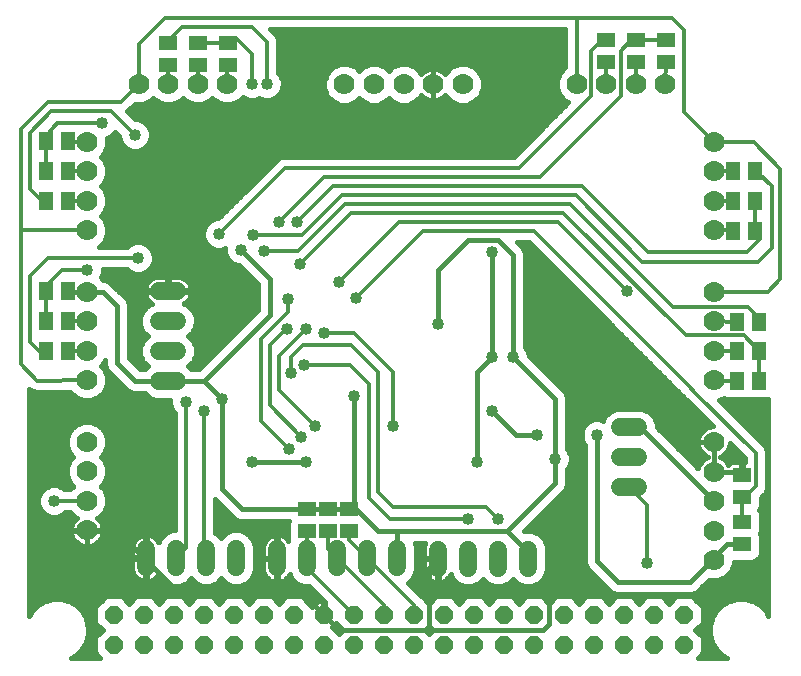
<source format=gbl>
G75*
G70*
%OFA0B0*%
%FSLAX24Y24*%
%IPPOS*%
%LPD*%
%AMOC8*
5,1,8,0,0,1.08239X$1,22.5*
%
%ADD10C,0.0600*%
%ADD11R,0.0591X0.0512*%
%ADD12R,0.0512X0.0591*%
%ADD13C,0.0700*%
%ADD14OC8,0.0600*%
%ADD15C,0.0160*%
%ADD16C,0.0120*%
%ADD17C,0.0400*%
%ADD18C,0.0357*%
D10*
X004791Y003680D02*
X004791Y004280D01*
X005791Y004280D02*
X005791Y003680D01*
X006791Y003680D02*
X006791Y004280D01*
X007791Y004280D02*
X007791Y003680D01*
X009156Y003673D02*
X009156Y004273D01*
X010156Y004273D02*
X010156Y003673D01*
X011156Y003673D02*
X011156Y004273D01*
X012156Y004273D02*
X012156Y003673D01*
X013156Y003673D02*
X013156Y004273D01*
X014521Y004265D02*
X014521Y003665D01*
X015521Y003665D02*
X015521Y004265D01*
X016521Y004265D02*
X016521Y003665D01*
X017521Y003665D02*
X017521Y004265D01*
X020594Y006338D02*
X021194Y006338D01*
X021194Y007338D02*
X020594Y007338D01*
X020594Y008338D02*
X021194Y008338D01*
X005819Y009880D02*
X005219Y009880D01*
X005219Y010880D02*
X005819Y010880D01*
X005819Y011880D02*
X005219Y011880D01*
X005219Y012880D02*
X005819Y012880D01*
D11*
X010152Y005626D03*
X010841Y005626D03*
X011561Y005621D03*
X011561Y004873D03*
X010841Y004878D03*
X010152Y004878D03*
X024656Y005180D03*
X024656Y004432D03*
X024656Y006007D03*
X024656Y006755D03*
X022119Y020506D03*
X022119Y021254D03*
X021119Y021254D03*
X021119Y020506D03*
X020119Y020506D03*
X020119Y021254D03*
X007519Y021154D03*
X007519Y020406D03*
X006519Y020406D03*
X006519Y021154D03*
X005519Y021154D03*
X005519Y020406D03*
D12*
X002193Y017880D03*
X001445Y017880D03*
X001445Y016880D03*
X002193Y016880D03*
X002193Y015880D03*
X001445Y015880D03*
X001445Y012880D03*
X002193Y012880D03*
X002193Y011880D03*
X001445Y011880D03*
X001445Y010880D03*
X002193Y010880D03*
X024479Y010872D03*
X025227Y010872D03*
X025227Y009887D03*
X024479Y009887D03*
X024479Y011856D03*
X025227Y011856D03*
X025093Y014880D03*
X024345Y014880D03*
X024345Y015880D03*
X025093Y015880D03*
X025093Y016880D03*
X024345Y016880D03*
D13*
X023719Y016872D03*
X023719Y017856D03*
X023719Y015888D03*
X023719Y014904D03*
X023719Y012856D03*
X023719Y011872D03*
X023719Y010888D03*
X023719Y009904D03*
X023719Y007849D03*
X023719Y006864D03*
X023719Y005880D03*
X023719Y004896D03*
X023719Y003911D03*
X022095Y019780D03*
X021111Y019780D03*
X020127Y019780D03*
X019143Y019780D03*
X015341Y019767D03*
X014357Y019767D03*
X013372Y019767D03*
X012388Y019767D03*
X011404Y019767D03*
X007495Y019780D03*
X006511Y019780D03*
X005527Y019780D03*
X004543Y019780D03*
X002819Y017856D03*
X002819Y016872D03*
X002819Y015888D03*
X002819Y014904D03*
X002819Y012856D03*
X002819Y011872D03*
X002819Y010888D03*
X002819Y009904D03*
X002819Y007856D03*
X002819Y006872D03*
X002819Y005888D03*
X002819Y004904D03*
D14*
X003719Y002080D03*
X004719Y002080D03*
X005719Y002080D03*
X006719Y002080D03*
X007719Y002080D03*
X008719Y002080D03*
X009719Y002080D03*
X010719Y002080D03*
X011719Y002080D03*
X012719Y002080D03*
X013719Y002080D03*
X014719Y002080D03*
X015719Y002080D03*
X016719Y002080D03*
X017719Y002080D03*
X018719Y002080D03*
X019719Y002080D03*
X020719Y002080D03*
X021719Y002080D03*
X022719Y002080D03*
X022719Y001080D03*
X021719Y001080D03*
X020719Y001080D03*
X019719Y001080D03*
X018719Y001080D03*
X017719Y001080D03*
X016719Y001080D03*
X015719Y001080D03*
X014719Y001080D03*
X013719Y001080D03*
X012719Y001080D03*
X011719Y001080D03*
X010719Y001080D03*
X009719Y001080D03*
X008719Y001080D03*
X007719Y001080D03*
X006719Y001080D03*
X005719Y001080D03*
X004719Y001080D03*
X003719Y001080D03*
D15*
X002452Y000755D02*
X002296Y000665D01*
X003257Y000665D01*
X003099Y000823D01*
X003099Y001337D01*
X003342Y001580D01*
X003099Y001823D01*
X003099Y002337D01*
X003462Y002700D01*
X003976Y002700D01*
X004219Y002457D01*
X004462Y002700D01*
X004976Y002700D01*
X005219Y002457D01*
X005462Y002700D01*
X005976Y002700D01*
X006219Y002457D01*
X006462Y002700D01*
X006976Y002700D01*
X007219Y002457D01*
X007462Y002700D01*
X007976Y002700D01*
X008219Y002457D01*
X008462Y002700D01*
X008976Y002700D01*
X009219Y002457D01*
X009462Y002700D01*
X009976Y002700D01*
X010318Y002358D01*
X010520Y002560D01*
X010699Y002560D01*
X010699Y002100D01*
X010739Y002100D01*
X010739Y002523D01*
X010209Y003053D01*
X010033Y003053D01*
X009805Y003147D01*
X009630Y003322D01*
X009579Y003446D01*
X009566Y003421D01*
X009522Y003360D01*
X009469Y003307D01*
X009407Y003262D01*
X009340Y003228D01*
X009268Y003205D01*
X009194Y003193D01*
X009176Y003193D01*
X009176Y003953D01*
X009136Y003953D01*
X009136Y003193D01*
X009118Y003193D01*
X009044Y003205D01*
X008972Y003228D01*
X008904Y003262D01*
X008843Y003307D01*
X008790Y003360D01*
X008745Y003421D01*
X008711Y003489D01*
X008688Y003561D01*
X008676Y003635D01*
X008676Y003953D01*
X009136Y003953D01*
X009136Y003993D01*
X009136Y004753D01*
X009118Y004753D01*
X009044Y004741D01*
X008972Y004718D01*
X008904Y004683D01*
X008843Y004639D01*
X008790Y004586D01*
X008745Y004524D01*
X008711Y004457D01*
X008688Y004385D01*
X008676Y004311D01*
X008676Y003993D01*
X009136Y003993D01*
X009176Y003993D01*
X009176Y004753D01*
X009194Y004753D01*
X009268Y004741D01*
X009340Y004718D01*
X009407Y004683D01*
X009469Y004639D01*
X009522Y004586D01*
X009537Y004565D01*
X009537Y005198D01*
X009549Y005226D01*
X007893Y005226D01*
X007746Y005287D01*
X007099Y005934D01*
X007099Y004823D01*
X007142Y004805D01*
X007291Y004656D01*
X007440Y004805D01*
X007668Y004900D01*
X007914Y004900D01*
X008142Y004805D01*
X008317Y004631D01*
X008411Y004403D01*
X008411Y003556D01*
X008317Y003328D01*
X008142Y003154D01*
X007914Y003060D01*
X007668Y003060D01*
X007440Y003154D01*
X007291Y003303D01*
X007142Y003154D01*
X006914Y003060D01*
X006668Y003060D01*
X006440Y003154D01*
X006291Y003303D01*
X006142Y003154D01*
X005914Y003060D01*
X005668Y003060D01*
X005440Y003154D01*
X005265Y003328D01*
X005214Y003452D01*
X005201Y003428D01*
X005157Y003367D01*
X005104Y003313D01*
X005043Y003269D01*
X004975Y003235D01*
X004903Y003211D01*
X004829Y003200D01*
X004811Y003200D01*
X004811Y003960D01*
X004771Y003960D01*
X004311Y003960D01*
X004311Y003642D01*
X004323Y003567D01*
X004346Y003495D01*
X004380Y003428D01*
X004425Y003367D01*
X004478Y003313D01*
X004539Y003269D01*
X004607Y003235D01*
X004679Y003211D01*
X004753Y003200D01*
X004771Y003200D01*
X004771Y003960D01*
X004771Y004000D01*
X004771Y004760D01*
X004753Y004760D01*
X004679Y004748D01*
X004607Y004724D01*
X004539Y004690D01*
X004478Y004646D01*
X004425Y004592D01*
X004380Y004531D01*
X004346Y004464D01*
X004323Y004392D01*
X004311Y004317D01*
X004311Y004000D01*
X004771Y004000D01*
X004811Y004000D01*
X004811Y004760D01*
X004829Y004760D01*
X004903Y004748D01*
X004975Y004724D01*
X005043Y004690D01*
X005104Y004646D01*
X005157Y004592D01*
X005201Y004531D01*
X005214Y004507D01*
X005265Y004631D01*
X005440Y004805D01*
X005668Y004900D01*
X005739Y004900D01*
X005739Y008825D01*
X005678Y008885D01*
X005599Y009077D01*
X005599Y009260D01*
X005096Y009260D01*
X004868Y009354D01*
X004742Y009480D01*
X004339Y009480D01*
X004192Y009541D01*
X004080Y009653D01*
X003480Y010253D01*
X003419Y010400D01*
X003419Y010586D01*
X003387Y010508D01*
X003274Y010396D01*
X003387Y010283D01*
X003489Y010037D01*
X003489Y009770D01*
X003387Y009524D01*
X003198Y009336D01*
X002952Y009234D01*
X002686Y009234D01*
X002439Y009336D01*
X002254Y009521D01*
X001237Y009516D01*
X001236Y009516D01*
X001161Y009516D01*
X001087Y009516D01*
X001086Y009516D01*
X001085Y009516D01*
X001016Y009545D01*
X000947Y009573D01*
X000946Y009574D01*
X000945Y009574D01*
X000904Y009615D01*
X000904Y002058D01*
X000994Y002213D01*
X001186Y002405D01*
X001421Y002541D01*
X001683Y002611D01*
X001955Y002611D01*
X002217Y002541D01*
X002452Y002405D01*
X002644Y002213D01*
X002780Y001978D01*
X002850Y001716D01*
X002850Y001444D01*
X002780Y001182D01*
X002644Y000947D01*
X002452Y000755D01*
X002511Y000814D02*
X003108Y000814D01*
X003099Y000973D02*
X002659Y000973D01*
X002750Y001131D02*
X003099Y001131D01*
X003099Y001290D02*
X002809Y001290D01*
X002850Y001448D02*
X003210Y001448D01*
X003316Y001607D02*
X002850Y001607D01*
X002837Y001765D02*
X003157Y001765D01*
X003099Y001924D02*
X002794Y001924D01*
X002720Y002082D02*
X003099Y002082D01*
X003099Y002241D02*
X002617Y002241D01*
X002458Y002399D02*
X003161Y002399D01*
X003320Y002558D02*
X002155Y002558D01*
X001483Y002558D02*
X000904Y002558D01*
X000904Y002716D02*
X010546Y002716D01*
X010518Y002558D02*
X010118Y002558D01*
X010277Y002399D02*
X010359Y002399D01*
X010699Y002399D02*
X010739Y002399D01*
X010739Y002241D02*
X010699Y002241D01*
X010719Y002080D02*
X011219Y001580D01*
X014219Y001580D01*
X014219Y003663D01*
X014521Y003965D01*
X014501Y003984D02*
X013776Y003984D01*
X013776Y003826D02*
X014041Y003826D01*
X014041Y003945D02*
X014041Y003627D01*
X014053Y003553D01*
X014076Y003481D01*
X014111Y003413D01*
X014155Y003352D01*
X014209Y003299D01*
X014270Y003255D01*
X014337Y003220D01*
X014409Y003197D01*
X014483Y003185D01*
X014501Y003185D01*
X014501Y003945D01*
X014041Y003945D01*
X014041Y003985D02*
X014501Y003985D01*
X014501Y003945D01*
X014541Y003945D01*
X014541Y003185D01*
X014559Y003185D01*
X014634Y003197D01*
X014706Y003220D01*
X014773Y003255D01*
X014834Y003299D01*
X014887Y003352D01*
X014932Y003413D01*
X014944Y003438D01*
X014996Y003314D01*
X015170Y003139D01*
X015398Y003045D01*
X015645Y003045D01*
X015872Y003139D01*
X016021Y003288D01*
X016170Y003139D01*
X016398Y003045D01*
X016645Y003045D01*
X016872Y003139D01*
X017021Y003288D01*
X017170Y003139D01*
X017398Y003045D01*
X017645Y003045D01*
X017872Y003139D01*
X018047Y003314D01*
X018141Y003542D01*
X018141Y004388D01*
X018047Y004616D01*
X017872Y004791D01*
X017645Y004885D01*
X017398Y004885D01*
X017394Y004883D01*
X017391Y004886D01*
X018645Y006141D01*
X018758Y006253D01*
X018819Y006400D01*
X018819Y006945D01*
X018860Y006985D01*
X018939Y007177D01*
X018939Y007383D01*
X018860Y007575D01*
X018819Y007615D01*
X018819Y009360D01*
X018758Y009507D01*
X017539Y010726D01*
X017539Y010783D01*
X017460Y010975D01*
X017419Y011015D01*
X017419Y014160D01*
X017358Y014307D01*
X017245Y014419D01*
X017165Y014500D01*
X017562Y014500D01*
X022704Y009358D01*
X022854Y009208D01*
X023683Y008379D01*
X023677Y008379D01*
X023595Y008365D01*
X023515Y008340D01*
X023441Y008302D01*
X023374Y008253D01*
X023315Y008194D01*
X023266Y008126D01*
X023228Y008052D01*
X023202Y007973D01*
X023189Y007890D01*
X023189Y007857D01*
X023710Y007857D01*
X023710Y007840D01*
X023189Y007840D01*
X023189Y007807D01*
X023202Y007724D01*
X023228Y007645D01*
X023266Y007571D01*
X023315Y007503D01*
X023374Y007444D01*
X023441Y007395D01*
X023515Y007357D01*
X023518Y007356D01*
X023515Y007355D01*
X023441Y007318D01*
X023374Y007269D01*
X023315Y007210D01*
X023266Y007142D01*
X023228Y007068D01*
X023202Y006988D01*
X023198Y006966D01*
X021814Y008350D01*
X021814Y008462D01*
X021720Y008689D01*
X021545Y008864D01*
X021317Y008958D01*
X020471Y008958D01*
X020243Y008864D01*
X020069Y008689D01*
X020015Y008561D01*
X019922Y008600D01*
X019715Y008600D01*
X019524Y008521D01*
X019378Y008375D01*
X019299Y008183D01*
X019299Y007977D01*
X019378Y007785D01*
X019419Y007745D01*
X019419Y003800D01*
X019480Y003653D01*
X019592Y003541D01*
X019592Y003541D01*
X020292Y002841D01*
X020439Y002780D01*
X022998Y002780D01*
X023145Y002841D01*
X023258Y002953D01*
X023558Y003253D01*
X023586Y003241D01*
X023852Y003241D01*
X024098Y003343D01*
X024287Y003532D01*
X024389Y003778D01*
X024389Y003856D01*
X025015Y003856D01*
X025133Y003905D01*
X025223Y003995D01*
X025272Y004112D01*
X025272Y004752D01*
X025249Y004806D01*
X025272Y004860D01*
X025272Y005500D01*
X025233Y005593D01*
X025272Y005687D01*
X025272Y005995D01*
X025334Y006058D01*
X025441Y006165D01*
X025499Y006304D01*
X025499Y007556D01*
X025441Y007695D01*
X023888Y009248D01*
X024052Y009317D01*
X024160Y009272D01*
X024799Y009272D01*
X024853Y009295D01*
X024908Y009272D01*
X025534Y009272D01*
X025534Y002058D01*
X025444Y002213D01*
X025252Y002405D01*
X025017Y002541D01*
X024755Y002611D01*
X024483Y002611D01*
X024221Y002541D01*
X023986Y002405D01*
X023794Y002213D01*
X023658Y001978D01*
X023588Y001716D01*
X023588Y001444D01*
X023658Y001182D01*
X023794Y000947D01*
X023986Y000755D01*
X024141Y000665D01*
X023181Y000665D01*
X023339Y000823D01*
X023339Y001337D01*
X023096Y001580D01*
X023339Y001823D01*
X023339Y002337D01*
X022976Y002700D01*
X022462Y002700D01*
X022219Y002457D01*
X021976Y002700D01*
X021462Y002700D01*
X021219Y002457D01*
X020976Y002700D01*
X020462Y002700D01*
X020219Y002457D01*
X019976Y002700D01*
X019462Y002700D01*
X019219Y002457D01*
X018976Y002700D01*
X018462Y002700D01*
X018219Y002457D01*
X017976Y002700D01*
X017462Y002700D01*
X017219Y002457D01*
X016976Y002700D01*
X016462Y002700D01*
X016219Y002457D01*
X015976Y002700D01*
X015462Y002700D01*
X015219Y002457D01*
X014976Y002700D01*
X014462Y002700D01*
X014219Y002457D01*
X013976Y002700D01*
X013966Y002700D01*
X013513Y003153D01*
X013682Y003322D01*
X013776Y003550D01*
X013776Y004396D01*
X013741Y004480D01*
X014092Y004480D01*
X014076Y004449D01*
X014053Y004377D01*
X014041Y004303D01*
X014041Y003985D01*
X014041Y004143D02*
X013776Y004143D01*
X013776Y004301D02*
X014041Y004301D01*
X014082Y004460D02*
X013750Y004460D01*
X013156Y004843D02*
X013156Y003973D01*
X013776Y003667D02*
X014041Y003667D01*
X014067Y003509D02*
X013759Y003509D01*
X013693Y003350D02*
X014157Y003350D01*
X014443Y003192D02*
X013551Y003192D01*
X013633Y003033D02*
X020100Y003033D01*
X019942Y003192D02*
X017925Y003192D01*
X018062Y003350D02*
X019783Y003350D01*
X019625Y003509D02*
X018128Y003509D01*
X018141Y003667D02*
X019474Y003667D01*
X019419Y003826D02*
X018141Y003826D01*
X018141Y003984D02*
X019419Y003984D01*
X019419Y004143D02*
X018141Y004143D01*
X018141Y004301D02*
X019419Y004301D01*
X019419Y004460D02*
X018112Y004460D01*
X018219Y004580D02*
X018219Y001780D01*
X018019Y001580D01*
X014219Y001580D01*
X014122Y001607D02*
X014316Y001607D01*
X014342Y001580D02*
X014219Y001703D01*
X014096Y001580D01*
X014219Y001457D01*
X014342Y001580D01*
X014320Y002558D02*
X014118Y002558D01*
X013950Y002716D02*
X025534Y002716D01*
X025534Y002558D02*
X024955Y002558D01*
X025258Y002399D02*
X025534Y002399D01*
X025534Y002241D02*
X025417Y002241D01*
X025520Y002082D02*
X025534Y002082D01*
X025534Y002875D02*
X023179Y002875D01*
X023338Y003033D02*
X025534Y003033D01*
X025534Y003192D02*
X023496Y003192D01*
X024105Y003350D02*
X025534Y003350D01*
X025534Y003509D02*
X024263Y003509D01*
X024343Y003667D02*
X025534Y003667D01*
X025534Y003826D02*
X024389Y003826D01*
X024171Y004432D02*
X023669Y003930D01*
X023687Y003911D01*
X023719Y003911D01*
X023669Y003930D02*
X022919Y003180D01*
X020519Y003180D01*
X019819Y003880D01*
X019819Y008080D01*
X019332Y008264D02*
X018819Y008264D01*
X018819Y008422D02*
X019426Y008422D01*
X019668Y008581D02*
X018819Y008581D01*
X018819Y008739D02*
X020118Y008739D01*
X020023Y008581D02*
X019969Y008581D01*
X020324Y008898D02*
X018819Y008898D01*
X018819Y009056D02*
X023005Y009056D01*
X022847Y009215D02*
X018819Y009215D01*
X018813Y009373D02*
X022688Y009373D01*
X022530Y009532D02*
X018733Y009532D01*
X018575Y009690D02*
X022371Y009690D01*
X022213Y009849D02*
X018416Y009849D01*
X018258Y010007D02*
X022054Y010007D01*
X021896Y010166D02*
X018099Y010166D01*
X017941Y010324D02*
X021737Y010324D01*
X021579Y010483D02*
X017782Y010483D01*
X017624Y010641D02*
X021420Y010641D01*
X021262Y010800D02*
X017532Y010800D01*
X017467Y010958D02*
X021103Y010958D01*
X020945Y011117D02*
X017419Y011117D01*
X017419Y011275D02*
X020786Y011275D01*
X020628Y011434D02*
X017419Y011434D01*
X017419Y011592D02*
X020469Y011592D01*
X020311Y011751D02*
X017419Y011751D01*
X017419Y011909D02*
X020152Y011909D01*
X019994Y012068D02*
X017419Y012068D01*
X017419Y012226D02*
X019835Y012226D01*
X019677Y012385D02*
X017419Y012385D01*
X017419Y012543D02*
X019518Y012543D01*
X019360Y012702D02*
X017419Y012702D01*
X017419Y012860D02*
X019201Y012860D01*
X019043Y013019D02*
X017419Y013019D01*
X017419Y013177D02*
X018884Y013177D01*
X018726Y013336D02*
X017419Y013336D01*
X017419Y013494D02*
X018567Y013494D01*
X018409Y013653D02*
X017419Y013653D01*
X017419Y013811D02*
X018250Y013811D01*
X018092Y013970D02*
X017419Y013970D01*
X017419Y014128D02*
X017933Y014128D01*
X017775Y014287D02*
X017366Y014287D01*
X017220Y014445D02*
X017616Y014445D01*
X017019Y014080D02*
X017019Y010680D01*
X018419Y009280D01*
X018419Y007280D01*
X018419Y006480D01*
X016832Y004893D01*
X016819Y004893D01*
X017521Y004190D01*
X017521Y003965D01*
X018045Y004618D02*
X019419Y004618D01*
X019419Y004777D02*
X017887Y004777D01*
X018219Y004580D02*
X019319Y005680D01*
X019319Y011980D01*
X018622Y012677D01*
X018622Y012693D01*
X017019Y014080D02*
X016519Y014580D01*
X015519Y014580D01*
X014519Y013580D01*
X014519Y011780D01*
X015819Y010180D02*
X016319Y010680D01*
X016319Y014180D01*
X017062Y017360D02*
X009343Y017360D01*
X009204Y017302D01*
X009097Y017195D01*
X007202Y015300D01*
X007115Y015300D01*
X006924Y015221D01*
X006778Y015075D01*
X006699Y014883D01*
X006699Y014677D01*
X006778Y014485D01*
X006924Y014339D01*
X007115Y014260D01*
X007322Y014260D01*
X007427Y014303D01*
X007427Y014153D01*
X007506Y013962D01*
X007652Y013816D01*
X007843Y013736D01*
X007897Y013736D01*
X008519Y013114D01*
X008519Y012246D01*
X006553Y010280D01*
X006296Y010280D01*
X006196Y010380D01*
X006345Y010529D01*
X006439Y010757D01*
X006439Y011003D01*
X006345Y011231D01*
X006196Y011380D01*
X006345Y011529D01*
X006439Y011757D01*
X006439Y012003D01*
X006345Y012231D01*
X006170Y012406D01*
X006046Y012457D01*
X006070Y012469D01*
X006132Y012514D01*
X006185Y012567D01*
X006229Y012628D01*
X006264Y012696D01*
X006287Y012768D01*
X006299Y012842D01*
X006299Y012860D01*
X005539Y012860D01*
X005539Y012900D01*
X006299Y012900D01*
X006299Y012918D01*
X006287Y012992D01*
X006264Y013064D01*
X006229Y013132D01*
X006185Y013193D01*
X006132Y013246D01*
X006070Y013291D01*
X006003Y013325D01*
X005931Y013348D01*
X005857Y013360D01*
X005539Y013360D01*
X005539Y012900D01*
X005499Y012900D01*
X005499Y013360D01*
X005181Y013360D01*
X005107Y013348D01*
X005035Y013325D01*
X004967Y013291D01*
X004906Y013246D01*
X004853Y013193D01*
X004808Y013132D01*
X004774Y013064D01*
X004751Y012992D01*
X004739Y012918D01*
X004739Y012900D01*
X005499Y012900D01*
X005499Y012860D01*
X004739Y012860D01*
X004739Y012842D01*
X004751Y012768D01*
X004774Y012696D01*
X004808Y012628D01*
X004853Y012567D01*
X004906Y012514D01*
X004967Y012469D01*
X004992Y012457D01*
X004868Y012406D01*
X004693Y012231D01*
X004599Y012003D01*
X004599Y011757D01*
X004693Y011529D01*
X004842Y011380D01*
X004693Y011231D01*
X004599Y011003D01*
X004599Y010757D01*
X004693Y010529D01*
X004842Y010380D01*
X004742Y010280D01*
X004585Y010280D01*
X004219Y010646D01*
X004219Y012460D01*
X004158Y012607D01*
X004045Y012719D01*
X003569Y013195D01*
X003422Y013256D01*
X003366Y013256D01*
X003282Y013340D01*
X003339Y013477D01*
X003339Y013600D01*
X004164Y013600D01*
X004224Y013539D01*
X004415Y013460D01*
X004622Y013460D01*
X004813Y013539D01*
X004960Y013685D01*
X005039Y013877D01*
X005039Y014083D01*
X004960Y014275D01*
X004813Y014421D01*
X004622Y014500D01*
X004415Y014500D01*
X004224Y014421D01*
X004164Y014360D01*
X003223Y014360D01*
X003387Y014524D01*
X003489Y014770D01*
X003489Y015037D01*
X003387Y015283D01*
X003274Y015396D01*
X003387Y015508D01*
X003489Y015755D01*
X003489Y016021D01*
X003387Y016267D01*
X003274Y016380D01*
X003387Y016493D01*
X003489Y016739D01*
X003489Y017005D01*
X003387Y017252D01*
X003274Y017364D01*
X003387Y017477D01*
X003489Y017723D01*
X003489Y017988D01*
X003613Y018039D01*
X003760Y018185D01*
X003765Y018197D01*
X003899Y018063D01*
X003899Y017977D01*
X003978Y017785D01*
X004124Y017639D01*
X004315Y017560D01*
X004522Y017560D01*
X004713Y017639D01*
X004860Y017785D01*
X004939Y017977D01*
X004939Y018183D01*
X004860Y018375D01*
X004713Y018521D01*
X004522Y018600D01*
X004436Y018600D01*
X004168Y018868D01*
X004410Y019110D01*
X004676Y019110D01*
X004922Y019212D01*
X005035Y019325D01*
X005147Y019212D01*
X005394Y019110D01*
X005660Y019110D01*
X005906Y019212D01*
X006019Y019325D01*
X006132Y019212D01*
X006378Y019110D01*
X006644Y019110D01*
X006891Y019212D01*
X007003Y019325D01*
X007116Y019212D01*
X007362Y019110D01*
X007629Y019110D01*
X007875Y019212D01*
X008013Y019350D01*
X008024Y019339D01*
X008215Y019260D01*
X008422Y019260D01*
X008569Y019321D01*
X008715Y019260D01*
X008922Y019260D01*
X009113Y019339D01*
X009260Y019485D01*
X009339Y019677D01*
X009339Y019883D01*
X009260Y020075D01*
X009199Y020135D01*
X009199Y021256D01*
X009141Y021395D01*
X008936Y021600D01*
X018763Y021600D01*
X018763Y020348D01*
X018575Y020160D01*
X018473Y019913D01*
X018473Y019647D01*
X018575Y019400D01*
X018763Y019212D01*
X018869Y019168D01*
X017062Y017360D01*
X017158Y017457D02*
X003367Y017457D01*
X003341Y017298D02*
X009200Y017298D01*
X009041Y017140D02*
X003433Y017140D01*
X003489Y016981D02*
X008883Y016981D01*
X008724Y016823D02*
X003489Y016823D01*
X003458Y016664D02*
X008566Y016664D01*
X008407Y016506D02*
X003392Y016506D01*
X003307Y016347D02*
X008249Y016347D01*
X008090Y016189D02*
X003420Y016189D01*
X003485Y016030D02*
X007932Y016030D01*
X007773Y015872D02*
X003489Y015872D01*
X003472Y015713D02*
X007615Y015713D01*
X007456Y015555D02*
X003406Y015555D01*
X003275Y015396D02*
X007298Y015396D01*
X006965Y015238D02*
X003406Y015238D01*
X003471Y015079D02*
X006783Y015079D01*
X006714Y014921D02*
X003489Y014921D01*
X003485Y014762D02*
X006699Y014762D01*
X006729Y014604D02*
X003420Y014604D01*
X003308Y014445D02*
X004283Y014445D01*
X004755Y014445D02*
X006818Y014445D01*
X007051Y014287D02*
X004948Y014287D01*
X005020Y014128D02*
X007437Y014128D01*
X007427Y014287D02*
X007386Y014287D01*
X007503Y013970D02*
X005039Y013970D01*
X005012Y013811D02*
X007663Y013811D01*
X007981Y013653D02*
X004927Y013653D01*
X004704Y013494D02*
X008139Y013494D01*
X008298Y013336D02*
X005970Y013336D01*
X006196Y013177D02*
X008456Y013177D01*
X008519Y013019D02*
X006279Y013019D01*
X006266Y012702D02*
X008519Y012702D01*
X008519Y012860D02*
X005539Y012860D01*
X005499Y012860D02*
X003905Y012860D01*
X004063Y012702D02*
X004772Y012702D01*
X004877Y012543D02*
X004184Y012543D01*
X004219Y012385D02*
X004847Y012385D01*
X004691Y012226D02*
X004219Y012226D01*
X004219Y012068D02*
X004626Y012068D01*
X004599Y011909D02*
X004219Y011909D01*
X004219Y011751D02*
X004601Y011751D01*
X004667Y011592D02*
X004219Y011592D01*
X004219Y011434D02*
X004789Y011434D01*
X004737Y011275D02*
X004219Y011275D01*
X004219Y011117D02*
X004646Y011117D01*
X004599Y010958D02*
X004219Y010958D01*
X004219Y010800D02*
X004599Y010800D01*
X004647Y010641D02*
X004224Y010641D01*
X004382Y010483D02*
X004740Y010483D01*
X004786Y010324D02*
X004541Y010324D01*
X004419Y009880D02*
X005519Y009880D01*
X006711Y009880D01*
X006719Y009880D01*
X008919Y012080D01*
X008919Y013280D01*
X007947Y014252D01*
X007947Y014256D01*
X008519Y012543D02*
X006161Y012543D01*
X006191Y012385D02*
X008519Y012385D01*
X008499Y012226D02*
X006347Y012226D01*
X006412Y012068D02*
X008341Y012068D01*
X008182Y011909D02*
X006439Y011909D01*
X006436Y011751D02*
X008024Y011751D01*
X007865Y011592D02*
X006371Y011592D01*
X006249Y011434D02*
X007707Y011434D01*
X007548Y011275D02*
X006301Y011275D01*
X006392Y011117D02*
X007390Y011117D01*
X007231Y010958D02*
X006439Y010958D01*
X006439Y010800D02*
X007073Y010800D01*
X006914Y010641D02*
X006391Y010641D01*
X006298Y010483D02*
X006756Y010483D01*
X006597Y010324D02*
X006252Y010324D01*
X006711Y009880D02*
X007307Y009284D01*
X007319Y009380D02*
X007319Y006280D01*
X007972Y005626D01*
X010152Y005626D01*
X010841Y005626D01*
X010847Y005621D02*
X011561Y005621D01*
X011719Y005680D02*
X011719Y009380D01*
X010119Y007180D02*
X008319Y007180D01*
X007147Y005886D02*
X007099Y005886D01*
X007099Y005728D02*
X007306Y005728D01*
X007464Y005569D02*
X007099Y005569D01*
X007099Y005411D02*
X007623Y005411D01*
X007831Y005252D02*
X007099Y005252D01*
X007099Y005094D02*
X009537Y005094D01*
X009537Y004935D02*
X007099Y004935D01*
X007171Y004777D02*
X007411Y004777D01*
X008171Y004777D02*
X009537Y004777D01*
X009537Y004618D02*
X009490Y004618D01*
X009176Y004618D02*
X009136Y004618D01*
X009136Y004460D02*
X009176Y004460D01*
X009176Y004301D02*
X009136Y004301D01*
X009136Y004143D02*
X009176Y004143D01*
X009136Y003984D02*
X008411Y003984D01*
X008411Y003826D02*
X008676Y003826D01*
X008676Y003667D02*
X008411Y003667D01*
X008391Y003509D02*
X008705Y003509D01*
X008800Y003350D02*
X008326Y003350D01*
X008180Y003192D02*
X009761Y003192D01*
X009619Y003350D02*
X009512Y003350D01*
X009176Y003350D02*
X009136Y003350D01*
X009136Y003509D02*
X009176Y003509D01*
X009176Y003667D02*
X009136Y003667D01*
X009136Y003826D02*
X009176Y003826D01*
X009156Y003973D02*
X009156Y003017D01*
X009119Y002980D01*
X009819Y002980D01*
X010719Y002080D01*
X010699Y002558D02*
X010704Y002558D01*
X010387Y002875D02*
X000904Y002875D01*
X000904Y003033D02*
X010229Y003033D01*
X009320Y002558D02*
X009118Y002558D01*
X009119Y002980D02*
X005719Y002980D01*
X004719Y003980D01*
X004791Y003980D01*
X004771Y003984D02*
X000904Y003984D01*
X000904Y003826D02*
X004311Y003826D01*
X004311Y003667D02*
X000904Y003667D01*
X000904Y003509D02*
X004342Y003509D01*
X004442Y003350D02*
X000904Y003350D01*
X000904Y003192D02*
X005402Y003192D01*
X005256Y003350D02*
X005140Y003350D01*
X004811Y003350D02*
X004771Y003350D01*
X004771Y003509D02*
X004811Y003509D01*
X004811Y003667D02*
X004771Y003667D01*
X004771Y003826D02*
X004811Y003826D01*
X004719Y003980D02*
X003795Y004904D01*
X002819Y004904D01*
X002828Y004912D02*
X003349Y004912D01*
X003349Y004945D01*
X003336Y005028D01*
X003310Y005107D01*
X003272Y005181D01*
X003223Y005249D01*
X003166Y005306D01*
X003198Y005320D01*
X003387Y005508D01*
X003489Y005755D01*
X003489Y006021D01*
X003387Y006267D01*
X003274Y006380D01*
X003387Y006493D01*
X003489Y006739D01*
X003489Y007005D01*
X003387Y007252D01*
X003274Y007364D01*
X003387Y007477D01*
X003489Y007723D01*
X003489Y007990D01*
X003387Y008236D01*
X003198Y008424D01*
X002952Y008526D01*
X002686Y008526D01*
X002439Y008424D01*
X002251Y008236D01*
X002149Y007990D01*
X002149Y007723D01*
X002251Y007477D01*
X002364Y007364D01*
X002251Y007252D01*
X002149Y007005D01*
X002149Y006739D01*
X002251Y006493D01*
X002364Y006380D01*
X002251Y006268D01*
X002066Y006268D01*
X002013Y006321D01*
X001822Y006400D01*
X001615Y006400D01*
X001424Y006321D01*
X001278Y006175D01*
X001199Y005983D01*
X001199Y005777D01*
X001278Y005585D01*
X001424Y005439D01*
X001615Y005360D01*
X001822Y005360D01*
X002013Y005439D01*
X002082Y005508D01*
X002251Y005508D01*
X002439Y005320D01*
X002472Y005306D01*
X002415Y005249D01*
X002366Y005181D01*
X002328Y005107D01*
X002302Y005028D01*
X002289Y004945D01*
X002289Y004912D01*
X002810Y004912D01*
X002810Y004895D01*
X002289Y004895D01*
X002289Y004862D01*
X002302Y004780D01*
X002328Y004700D01*
X002366Y004626D01*
X002415Y004558D01*
X002474Y004499D01*
X002541Y004450D01*
X002615Y004412D01*
X002695Y004387D01*
X002777Y004374D01*
X002810Y004374D01*
X002810Y004895D01*
X002827Y004895D01*
X002827Y004374D01*
X002861Y004374D01*
X002943Y004387D01*
X003022Y004412D01*
X003097Y004450D01*
X003164Y004499D01*
X003223Y004558D01*
X003272Y004626D01*
X003310Y004700D01*
X003336Y004780D01*
X003349Y004862D01*
X003349Y004895D01*
X002828Y004895D01*
X002828Y004912D01*
X002827Y004777D02*
X002810Y004777D01*
X002810Y004618D02*
X002827Y004618D01*
X002810Y004460D02*
X002827Y004460D01*
X003109Y004460D02*
X004345Y004460D01*
X004311Y004301D02*
X000904Y004301D01*
X000904Y004143D02*
X004311Y004143D01*
X004771Y004143D02*
X004811Y004143D01*
X004811Y004301D02*
X004771Y004301D01*
X004771Y004460D02*
X004811Y004460D01*
X004811Y004618D02*
X004771Y004618D01*
X004451Y004618D02*
X003267Y004618D01*
X003335Y004777D02*
X005411Y004777D01*
X005260Y004618D02*
X005131Y004618D01*
X005739Y004935D02*
X003349Y004935D01*
X003314Y005094D02*
X005739Y005094D01*
X005739Y005252D02*
X003220Y005252D01*
X003289Y005411D02*
X005739Y005411D01*
X005739Y005569D02*
X003412Y005569D01*
X003478Y005728D02*
X005739Y005728D01*
X005739Y005886D02*
X003489Y005886D01*
X003479Y006045D02*
X005739Y006045D01*
X005739Y006203D02*
X003414Y006203D01*
X003293Y006362D02*
X005739Y006362D01*
X005739Y006520D02*
X003398Y006520D01*
X003464Y006679D02*
X005739Y006679D01*
X005739Y006837D02*
X003489Y006837D01*
X003489Y006996D02*
X005739Y006996D01*
X005739Y007154D02*
X003427Y007154D01*
X003326Y007313D02*
X005739Y007313D01*
X005739Y007471D02*
X003381Y007471D01*
X003450Y007630D02*
X005739Y007630D01*
X005739Y007788D02*
X003489Y007788D01*
X003489Y007947D02*
X005739Y007947D01*
X005739Y008105D02*
X003441Y008105D01*
X003359Y008264D02*
X005739Y008264D01*
X005739Y008422D02*
X003201Y008422D01*
X002437Y008422D02*
X000904Y008422D01*
X000904Y008264D02*
X002279Y008264D01*
X002197Y008105D02*
X000904Y008105D01*
X000904Y007947D02*
X002149Y007947D01*
X002149Y007788D02*
X000904Y007788D01*
X000904Y007630D02*
X002188Y007630D01*
X002257Y007471D02*
X000904Y007471D01*
X000904Y007313D02*
X002312Y007313D01*
X002210Y007154D02*
X000904Y007154D01*
X000904Y006996D02*
X002149Y006996D01*
X002149Y006837D02*
X000904Y006837D01*
X000904Y006679D02*
X002174Y006679D01*
X002240Y006520D02*
X000904Y006520D01*
X000904Y006362D02*
X001523Y006362D01*
X001307Y006203D02*
X000904Y006203D01*
X000904Y006045D02*
X001224Y006045D01*
X001199Y005886D02*
X000904Y005886D01*
X000904Y005728D02*
X001219Y005728D01*
X001295Y005569D02*
X000904Y005569D01*
X000904Y005411D02*
X001494Y005411D01*
X001944Y005411D02*
X002349Y005411D01*
X002418Y005252D02*
X000904Y005252D01*
X000904Y005094D02*
X002323Y005094D01*
X002289Y004935D02*
X000904Y004935D01*
X000904Y004777D02*
X002303Y004777D01*
X002371Y004618D02*
X000904Y004618D01*
X000904Y004460D02*
X002528Y004460D01*
X004118Y002558D02*
X004320Y002558D01*
X005118Y002558D02*
X005320Y002558D01*
X006118Y002558D02*
X006320Y002558D01*
X006402Y003192D02*
X006180Y003192D01*
X007180Y003192D02*
X007402Y003192D01*
X007320Y002558D02*
X007118Y002558D01*
X008118Y002558D02*
X008320Y002558D01*
X008411Y004143D02*
X008676Y004143D01*
X008676Y004301D02*
X008411Y004301D01*
X008388Y004460D02*
X008712Y004460D01*
X008822Y004618D02*
X008322Y004618D01*
X011748Y005621D02*
X011778Y005621D01*
X012519Y004880D01*
X013119Y004880D01*
X013156Y004843D01*
X013119Y004880D02*
X016806Y004880D01*
X016819Y004893D01*
X017440Y004935D02*
X019419Y004935D01*
X019419Y005094D02*
X017598Y005094D01*
X017757Y005252D02*
X019419Y005252D01*
X019419Y005411D02*
X017915Y005411D01*
X018074Y005569D02*
X019419Y005569D01*
X019419Y005728D02*
X018232Y005728D01*
X018391Y005886D02*
X019419Y005886D01*
X019419Y006045D02*
X018549Y006045D01*
X018708Y006203D02*
X019419Y006203D01*
X019419Y006362D02*
X018803Y006362D01*
X018819Y006520D02*
X019419Y006520D01*
X019419Y006679D02*
X018819Y006679D01*
X018819Y006837D02*
X019419Y006837D01*
X019419Y006996D02*
X018864Y006996D01*
X018930Y007154D02*
X019419Y007154D01*
X019419Y007313D02*
X018939Y007313D01*
X018903Y007471D02*
X019419Y007471D01*
X019419Y007630D02*
X018819Y007630D01*
X018819Y007788D02*
X019377Y007788D01*
X019311Y007947D02*
X018819Y007947D01*
X018819Y008105D02*
X019299Y008105D01*
X017819Y008080D02*
X017119Y008080D01*
X016319Y008880D01*
X015819Y010180D02*
X015819Y007180D01*
X014541Y003826D02*
X014501Y003826D01*
X014501Y003667D02*
X014541Y003667D01*
X014541Y003509D02*
X014501Y003509D01*
X014501Y003350D02*
X014541Y003350D01*
X014541Y003192D02*
X014501Y003192D01*
X014600Y003192D02*
X015118Y003192D01*
X014981Y003350D02*
X014885Y003350D01*
X015118Y002558D02*
X015320Y002558D01*
X016118Y002558D02*
X016320Y002558D01*
X016118Y003192D02*
X015925Y003192D01*
X016925Y003192D02*
X017118Y003192D01*
X017118Y002558D02*
X017320Y002558D01*
X018118Y002558D02*
X018320Y002558D01*
X019118Y002558D02*
X019320Y002558D01*
X020118Y002558D02*
X020320Y002558D01*
X020259Y002875D02*
X013792Y002875D01*
X011342Y001580D02*
X011219Y001457D01*
X010997Y001679D01*
X011120Y001802D01*
X011342Y001580D01*
X011316Y001607D02*
X011069Y001607D01*
X011083Y001765D02*
X011157Y001765D01*
X005739Y008581D02*
X000904Y008581D01*
X000904Y008739D02*
X005739Y008739D01*
X005673Y008898D02*
X000904Y008898D01*
X000904Y009056D02*
X005607Y009056D01*
X005599Y009215D02*
X000904Y009215D01*
X000904Y009373D02*
X002402Y009373D01*
X003236Y009373D02*
X004849Y009373D01*
X004419Y009880D02*
X003819Y010480D01*
X003819Y012380D01*
X003343Y012856D01*
X002819Y012856D01*
X002133Y012856D01*
X003287Y013336D02*
X005068Y013336D01*
X004841Y013177D02*
X003588Y013177D01*
X003746Y013019D02*
X004759Y013019D01*
X004333Y013494D02*
X003339Y013494D01*
X005499Y013336D02*
X005539Y013336D01*
X005539Y013177D02*
X005499Y013177D01*
X005499Y013019D02*
X005539Y013019D01*
X003419Y010483D02*
X003361Y010483D01*
X003346Y010324D02*
X003451Y010324D01*
X003436Y010166D02*
X003568Y010166D01*
X003489Y010007D02*
X003726Y010007D01*
X003885Y009849D02*
X003489Y009849D01*
X003456Y009690D02*
X004043Y009690D01*
X004215Y009532D02*
X003390Y009532D01*
X001048Y009532D02*
X000904Y009532D01*
X001915Y006362D02*
X002345Y006362D01*
X001180Y002399D02*
X000904Y002399D01*
X000904Y002241D02*
X001021Y002241D01*
X000918Y002082D02*
X000904Y002082D01*
X003444Y017615D02*
X004183Y017615D01*
X003990Y017774D02*
X003489Y017774D01*
X003489Y017932D02*
X003917Y017932D01*
X003871Y018091D02*
X003665Y018091D01*
X004312Y018725D02*
X018426Y018725D01*
X018585Y018883D02*
X004183Y018883D01*
X004341Y019042D02*
X018743Y019042D01*
X018792Y019200D02*
X015722Y019200D01*
X015720Y019199D02*
X015909Y019387D01*
X016011Y019634D01*
X016011Y019900D01*
X015909Y020147D01*
X015720Y020335D01*
X015474Y020437D01*
X015208Y020437D01*
X014961Y020335D01*
X014773Y020147D01*
X014759Y020114D01*
X014702Y020171D01*
X014634Y020220D01*
X014560Y020258D01*
X014481Y020284D01*
X014398Y020297D01*
X014365Y020297D01*
X014365Y019776D01*
X014348Y019776D01*
X014348Y020297D01*
X014315Y020297D01*
X014233Y020284D01*
X014153Y020258D01*
X014079Y020220D01*
X014011Y020171D01*
X013954Y020114D01*
X013940Y020147D01*
X013752Y020335D01*
X013506Y020437D01*
X013239Y020437D01*
X012993Y020335D01*
X012880Y020222D01*
X012768Y020335D01*
X012521Y020437D01*
X012255Y020437D01*
X012009Y020335D01*
X011896Y020222D01*
X011783Y020335D01*
X011537Y020437D01*
X011271Y020437D01*
X011024Y020335D01*
X010836Y020147D01*
X010734Y019900D01*
X010734Y019634D01*
X010836Y019387D01*
X011024Y019199D01*
X011271Y019097D01*
X011537Y019097D01*
X011783Y019199D01*
X011896Y019312D01*
X012009Y019199D01*
X012255Y019097D01*
X012521Y019097D01*
X012768Y019199D01*
X012880Y019312D01*
X012993Y019199D01*
X013239Y019097D01*
X013506Y019097D01*
X013752Y019199D01*
X013940Y019387D01*
X013954Y019420D01*
X014011Y019363D01*
X014079Y019314D01*
X014153Y019276D01*
X014233Y019250D01*
X014315Y019237D01*
X014348Y019237D01*
X014348Y019758D01*
X014365Y019758D01*
X014365Y019237D01*
X014398Y019237D01*
X014481Y019250D01*
X014560Y019276D01*
X014634Y019314D01*
X014702Y019363D01*
X014759Y019420D01*
X014773Y019387D01*
X014961Y019199D01*
X015208Y019097D01*
X015474Y019097D01*
X015720Y019199D01*
X015880Y019359D02*
X018616Y019359D01*
X018526Y019517D02*
X015963Y019517D01*
X016011Y019676D02*
X018473Y019676D01*
X018473Y019834D02*
X016011Y019834D01*
X015973Y019993D02*
X018505Y019993D01*
X018571Y020151D02*
X015904Y020151D01*
X015746Y020310D02*
X018725Y020310D01*
X018763Y020468D02*
X009199Y020468D01*
X009199Y020310D02*
X010999Y020310D01*
X010840Y020151D02*
X009199Y020151D01*
X009294Y019993D02*
X010772Y019993D01*
X010734Y019834D02*
X009339Y019834D01*
X009338Y019676D02*
X010734Y019676D01*
X010782Y019517D02*
X009273Y019517D01*
X009133Y019359D02*
X010865Y019359D01*
X011023Y019200D02*
X007846Y019200D01*
X007145Y019200D02*
X006862Y019200D01*
X006160Y019200D02*
X005877Y019200D01*
X005176Y019200D02*
X004893Y019200D01*
X004604Y018566D02*
X018268Y018566D01*
X018109Y018408D02*
X004827Y018408D01*
X004912Y018249D02*
X017951Y018249D01*
X017792Y018091D02*
X004939Y018091D01*
X004920Y017932D02*
X017634Y017932D01*
X017475Y017774D02*
X004848Y017774D01*
X004655Y017615D02*
X017317Y017615D01*
X014960Y019200D02*
X013753Y019200D01*
X013912Y019359D02*
X014017Y019359D01*
X014348Y019359D02*
X014365Y019359D01*
X014348Y019517D02*
X014365Y019517D01*
X014348Y019676D02*
X014365Y019676D01*
X014348Y019834D02*
X014365Y019834D01*
X014348Y019993D02*
X014365Y019993D01*
X014348Y020151D02*
X014365Y020151D01*
X013991Y020151D02*
X013936Y020151D01*
X013777Y020310D02*
X014936Y020310D01*
X014777Y020151D02*
X014722Y020151D01*
X014696Y019359D02*
X014802Y019359D01*
X012992Y019200D02*
X012769Y019200D01*
X012008Y019200D02*
X011784Y019200D01*
X011809Y020310D02*
X011983Y020310D01*
X012793Y020310D02*
X012967Y020310D01*
X009199Y020627D02*
X018763Y020627D01*
X018763Y020785D02*
X009199Y020785D01*
X009199Y020944D02*
X018763Y020944D01*
X018763Y021102D02*
X009199Y021102D01*
X009197Y021261D02*
X018763Y021261D01*
X018763Y021419D02*
X009117Y021419D01*
X008959Y021578D02*
X018763Y021578D01*
X023922Y009215D02*
X025534Y009215D01*
X025534Y009056D02*
X024080Y009056D01*
X024239Y008898D02*
X025534Y008898D01*
X025534Y008739D02*
X024397Y008739D01*
X024556Y008581D02*
X025534Y008581D01*
X025534Y008422D02*
X024714Y008422D01*
X024873Y008264D02*
X025534Y008264D01*
X025534Y008105D02*
X025031Y008105D01*
X025190Y007947D02*
X025534Y007947D01*
X025534Y007788D02*
X025348Y007788D01*
X025468Y007630D02*
X025534Y007630D01*
X025534Y007471D02*
X025499Y007471D01*
X025499Y007313D02*
X025534Y007313D01*
X025534Y007154D02*
X025499Y007154D01*
X025499Y006996D02*
X025534Y006996D01*
X025534Y006837D02*
X025499Y006837D01*
X025499Y006679D02*
X025534Y006679D01*
X025534Y006520D02*
X025499Y006520D01*
X025499Y006362D02*
X025534Y006362D01*
X025534Y006203D02*
X025457Y006203D01*
X025534Y006045D02*
X025321Y006045D01*
X025272Y005886D02*
X025534Y005886D01*
X025534Y005728D02*
X025272Y005728D01*
X025243Y005569D02*
X025534Y005569D01*
X025534Y005411D02*
X025272Y005411D01*
X025272Y005252D02*
X025534Y005252D01*
X025534Y005094D02*
X025272Y005094D01*
X025272Y004935D02*
X025534Y004935D01*
X025534Y004777D02*
X025261Y004777D01*
X025272Y004618D02*
X025534Y004618D01*
X025534Y004460D02*
X025272Y004460D01*
X025272Y004301D02*
X025534Y004301D01*
X025534Y004143D02*
X025272Y004143D01*
X025212Y003984D02*
X025534Y003984D01*
X024656Y004432D02*
X024171Y004432D01*
X023719Y005880D02*
X021261Y008338D01*
X020894Y008338D01*
X021464Y008898D02*
X023164Y008898D01*
X023322Y008739D02*
X021670Y008739D01*
X021765Y008581D02*
X023481Y008581D01*
X023639Y008422D02*
X021814Y008422D01*
X021901Y008264D02*
X023388Y008264D01*
X023255Y008105D02*
X022060Y008105D01*
X022218Y007947D02*
X023198Y007947D01*
X023192Y007788D02*
X022377Y007788D01*
X022535Y007630D02*
X023236Y007630D01*
X023347Y007471D02*
X022694Y007471D01*
X022852Y007313D02*
X023434Y007313D01*
X023274Y007154D02*
X023011Y007154D01*
X023169Y006996D02*
X023204Y006996D01*
X023710Y006996D02*
X023727Y006996D01*
X023727Y006873D02*
X023710Y006873D01*
X023710Y007840D01*
X023727Y007840D01*
X023727Y007319D01*
X023727Y006873D01*
X023719Y006864D02*
X024547Y006864D01*
X024608Y006837D02*
X024704Y006837D01*
X024704Y006803D02*
X024608Y006803D01*
X024608Y007191D01*
X024337Y007191D01*
X024292Y007178D01*
X024251Y007155D01*
X024217Y007121D01*
X024199Y007090D01*
X024172Y007142D01*
X024123Y007210D01*
X024064Y007269D01*
X023997Y007318D01*
X023922Y007355D01*
X023919Y007356D01*
X023922Y007357D01*
X023997Y007395D01*
X024064Y007444D01*
X024123Y007503D01*
X024172Y007571D01*
X024210Y007645D01*
X024236Y007724D01*
X024249Y007807D01*
X024249Y007813D01*
X024739Y007323D01*
X024739Y007191D01*
X024704Y007191D01*
X024704Y006803D01*
X024704Y006996D02*
X024608Y006996D01*
X024608Y007154D02*
X024704Y007154D01*
X024739Y007313D02*
X024004Y007313D01*
X024091Y007471D02*
X024591Y007471D01*
X024432Y007630D02*
X024202Y007630D01*
X024246Y007788D02*
X024274Y007788D01*
X023727Y007788D02*
X023710Y007788D01*
X023710Y007630D02*
X023727Y007630D01*
X023710Y007471D02*
X023727Y007471D01*
X023710Y007313D02*
X023727Y007313D01*
X023710Y007154D02*
X023727Y007154D01*
X024164Y007154D02*
X024250Y007154D01*
X024283Y002558D02*
X023118Y002558D01*
X023277Y002399D02*
X023980Y002399D01*
X023821Y002241D02*
X023339Y002241D01*
X023339Y002082D02*
X023718Y002082D01*
X023643Y001924D02*
X023339Y001924D01*
X023281Y001765D02*
X023601Y001765D01*
X023588Y001607D02*
X023122Y001607D01*
X023228Y001448D02*
X023588Y001448D01*
X023629Y001290D02*
X023339Y001290D01*
X023339Y001131D02*
X023687Y001131D01*
X023779Y000973D02*
X023339Y000973D01*
X023330Y000814D02*
X023927Y000814D01*
X022320Y002558D02*
X022118Y002558D01*
X021320Y002558D02*
X021118Y002558D01*
D16*
X021494Y003805D02*
X021494Y005738D01*
X020894Y006338D01*
X024547Y006864D02*
X024656Y006755D01*
X025119Y006380D02*
X025119Y007480D01*
X023069Y009530D01*
X022919Y009680D01*
X017719Y014880D01*
X014019Y014880D01*
X012333Y013194D01*
X012333Y013180D01*
X011785Y012632D01*
X011219Y013180D02*
X013219Y015180D01*
X018519Y015180D01*
X020819Y012880D01*
X021338Y013861D02*
X025185Y013861D01*
X025641Y014317D01*
X025641Y016384D01*
X025227Y016797D01*
X025093Y016880D01*
X024345Y016880D02*
X023719Y016872D01*
X023719Y017856D02*
X022719Y018856D01*
X022719Y021580D01*
X022319Y021980D01*
X019119Y021980D01*
X019143Y021956D01*
X019143Y019780D01*
X019619Y019380D02*
X017219Y016980D01*
X009419Y016980D01*
X007219Y014780D01*
X008341Y014749D02*
X009987Y014749D01*
X011319Y016080D01*
X019119Y016080D01*
X021338Y013861D01*
X021519Y014180D02*
X024819Y014180D01*
X025227Y014588D01*
X025093Y014880D01*
X025093Y015880D01*
X024345Y015880D02*
X023719Y015888D01*
X023719Y014904D02*
X024433Y014904D01*
X024345Y014880D01*
X025937Y013285D02*
X025509Y012856D01*
X023719Y012856D01*
X023719Y011872D02*
X024479Y011856D01*
X024706Y011413D02*
X022772Y011413D01*
X018705Y015480D01*
X011619Y015480D01*
X009919Y013780D01*
X009843Y014204D02*
X011419Y015780D01*
X018919Y015780D01*
X022351Y012348D01*
X024853Y012348D01*
X025227Y011974D01*
X025227Y011856D01*
X024706Y011413D02*
X025227Y010891D01*
X025227Y010872D01*
X025227Y009887D01*
X024479Y009887D02*
X023726Y009887D01*
X023719Y009880D01*
X023719Y009904D01*
X023743Y009880D01*
X023719Y010888D02*
X024479Y010872D01*
X025937Y013285D02*
X025937Y016961D01*
X025043Y017856D01*
X023719Y017856D01*
X022095Y019780D02*
X022099Y019784D01*
X022119Y020506D01*
X022119Y021254D02*
X021119Y021254D01*
X020997Y021271D01*
X020619Y020893D01*
X020619Y019380D01*
X017919Y016680D01*
X010719Y016680D01*
X009219Y015180D01*
X009819Y015180D02*
X011019Y016380D01*
X019319Y016380D01*
X021519Y014180D01*
X019619Y019380D02*
X019619Y020880D01*
X020010Y021271D01*
X020119Y021254D01*
X020119Y020506D02*
X020127Y019780D01*
X021111Y019780D02*
X021119Y020506D01*
X019119Y021980D02*
X005419Y021980D01*
X004543Y021104D01*
X004543Y019780D01*
X003943Y019180D01*
X001519Y019180D01*
X000618Y018279D01*
X000618Y014880D01*
X000641Y014904D01*
X002819Y014904D01*
X002819Y015888D02*
X002101Y015888D01*
X002193Y015880D01*
X001445Y015880D02*
X001328Y015880D01*
X000915Y016294D01*
X000915Y018164D01*
X001631Y018880D01*
X003619Y018880D01*
X004419Y018080D01*
X003319Y018480D02*
X001820Y018480D01*
X001819Y018480D01*
X001820Y018480D02*
X001377Y017937D01*
X001328Y017937D01*
X001445Y017880D01*
X001445Y016880D01*
X002193Y016880D02*
X002201Y016872D01*
X002819Y016872D01*
X002819Y017856D02*
X002113Y017856D01*
X002193Y017880D01*
X005527Y019780D02*
X005519Y020406D01*
X005519Y021154D02*
X005590Y021271D01*
X006003Y021684D01*
X006007Y021680D01*
X008319Y021680D01*
X008819Y021180D01*
X008819Y019780D01*
X008319Y019780D02*
X008319Y020771D01*
X007819Y021271D01*
X007519Y021154D01*
X006519Y021154D01*
X006519Y020406D02*
X006511Y019780D01*
X007495Y019780D02*
X007495Y020489D01*
X007519Y020406D01*
X000618Y014880D02*
X000618Y010439D01*
X001161Y009896D01*
X002819Y009904D01*
X002819Y010888D02*
X002193Y010880D01*
X001445Y010880D02*
X001328Y010889D01*
X001210Y010889D01*
X000919Y011180D01*
X000919Y013380D01*
X001519Y013980D01*
X004519Y013980D01*
X005519Y012880D02*
X008219Y012880D01*
X008419Y012680D01*
X009534Y012618D02*
X009534Y012195D01*
X008634Y011295D01*
X008634Y008565D01*
X009569Y007630D01*
X009969Y008030D02*
X008919Y009080D01*
X008919Y011080D01*
X009447Y011608D01*
X009472Y011608D01*
X010112Y011605D02*
X009219Y010712D01*
X009219Y009580D01*
X010419Y008380D01*
X012219Y009780D02*
X012219Y005980D01*
X012919Y005280D01*
X015519Y005280D01*
X016119Y005680D02*
X016519Y005280D01*
X016119Y005680D02*
X013019Y005680D01*
X012519Y006180D01*
X012519Y010180D01*
X011619Y011080D01*
X010019Y011080D01*
X009619Y010680D01*
X009619Y010143D01*
X010063Y010416D02*
X011583Y010416D01*
X012219Y009780D01*
X013019Y010180D02*
X013019Y008380D01*
X013019Y010180D02*
X011719Y011480D01*
X010719Y011480D01*
X009843Y014204D02*
X008736Y014204D01*
X007319Y009380D02*
X007311Y009280D01*
X007307Y009284D01*
X006719Y008880D02*
X006719Y004052D01*
X006791Y003980D01*
X006119Y004308D02*
X005791Y003980D01*
X006119Y004308D02*
X006119Y009180D01*
X002819Y011872D02*
X002193Y011880D01*
X001445Y011880D02*
X001445Y012880D01*
X001377Y012967D01*
X001990Y013580D01*
X002819Y013580D01*
X002193Y012880D02*
X002133Y012856D01*
X001445Y011880D02*
X001377Y011914D01*
X001727Y005888D02*
X001719Y005880D01*
X001727Y005888D02*
X002819Y005888D01*
X010152Y005646D02*
X010153Y005646D01*
X010219Y005580D01*
X010152Y005626D02*
X010152Y005646D01*
X010841Y005626D02*
X010847Y005621D01*
X011561Y005621D02*
X011748Y005621D01*
X011748Y005650D01*
X011719Y005680D01*
X011565Y004873D02*
X011561Y004873D01*
X011561Y004567D01*
X012156Y003973D01*
X013719Y002410D01*
X013719Y002080D01*
X012719Y002080D02*
X012719Y002410D01*
X011156Y003973D01*
X011136Y003973D01*
X010841Y004268D01*
X010841Y004878D01*
X010152Y004878D02*
X010152Y003977D01*
X010156Y003973D01*
X010152Y003969D01*
X010152Y003647D01*
X011719Y002080D01*
X024656Y005180D02*
X024656Y006007D01*
X024746Y006007D01*
X025119Y006380D01*
D17*
X021494Y003805D03*
X019319Y005680D03*
X018419Y007280D03*
X017819Y008080D03*
X016319Y008880D03*
X015819Y007180D03*
X015519Y005280D03*
X016519Y005280D03*
X019819Y008080D03*
X017019Y010680D03*
X016319Y010680D03*
X014519Y011780D03*
X011785Y012632D03*
X011219Y013180D03*
X009919Y013780D03*
X009534Y012618D03*
X009472Y011608D03*
X010112Y011605D03*
X010719Y011480D03*
X010063Y010416D03*
X009619Y010143D03*
X011719Y009380D03*
X013019Y008380D03*
X010419Y008380D03*
X009969Y008030D03*
X009569Y007630D03*
X010119Y007180D03*
X008319Y007180D03*
X006719Y008880D03*
X007307Y009284D03*
X006119Y009180D03*
X001719Y005880D03*
X002819Y013580D03*
X004519Y013980D03*
X007219Y014780D03*
X007947Y014256D03*
X008341Y014749D03*
X008736Y014204D03*
X009219Y015180D03*
X009819Y015180D03*
X004419Y018080D03*
X003319Y018480D03*
X008319Y019780D03*
X008819Y019780D03*
X016319Y014180D03*
X018622Y012693D03*
X020819Y012880D03*
D18*
X008419Y012680D03*
M02*

</source>
